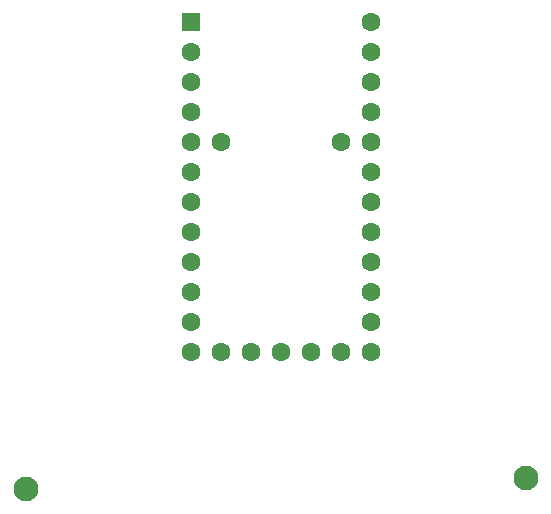
<source format=gbr>
%TF.GenerationSoftware,KiCad,Pcbnew,7.0.8*%
%TF.CreationDate,2023-11-08T21:29:47-08:00*%
%TF.ProjectId,ff,66662e6b-6963-4616-945f-706362585858,rev?*%
%TF.SameCoordinates,Original*%
%TF.FileFunction,Soldermask,Bot*%
%TF.FilePolarity,Negative*%
%FSLAX46Y46*%
G04 Gerber Fmt 4.6, Leading zero omitted, Abs format (unit mm)*
G04 Created by KiCad (PCBNEW 7.0.8) date 2023-11-08 21:29:47*
%MOMM*%
%LPD*%
G01*
G04 APERTURE LIST*
%ADD10C,2.100000*%
%ADD11R,1.600000X1.600000*%
%ADD12C,1.600000*%
G04 APERTURE END LIST*
D10*
%TO.C,REF\u002A\u002A*%
X130320000Y-98280000D03*
%TD*%
%TO.C,REF\u002A\u002A*%
X172680000Y-97280000D03*
%TD*%
D11*
%TO.C,REF\u002A\u002A*%
X144360000Y-58700000D03*
D12*
X144360000Y-61240000D03*
X144360000Y-63780000D03*
X144360000Y-66320000D03*
X144360000Y-68860000D03*
X144360000Y-71400000D03*
X144360000Y-73940000D03*
X144360000Y-76480000D03*
X144360000Y-79020000D03*
X144360000Y-81560000D03*
X144360000Y-84100000D03*
X144360000Y-86640000D03*
X146900000Y-86640000D03*
X149440000Y-86640000D03*
X151980000Y-86640000D03*
X154520000Y-86640000D03*
X157060000Y-86640000D03*
X159600000Y-86640000D03*
X159600000Y-84100000D03*
X159600000Y-81560000D03*
X159600000Y-79020000D03*
X159600000Y-76480000D03*
X159600000Y-73940000D03*
X159600000Y-71400000D03*
X159600000Y-68860000D03*
X159600000Y-66320000D03*
X159600000Y-63780000D03*
X159600000Y-61240000D03*
X159600000Y-58700000D03*
X146900000Y-68860000D03*
X157060000Y-68860000D03*
%TD*%
M02*

</source>
